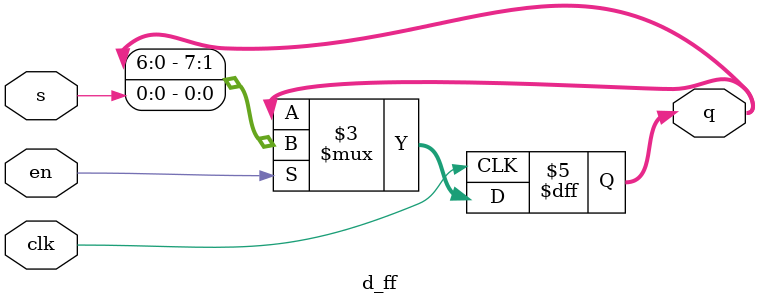
<source format=v>
module top_module (
    input clk,
    input enable,
    input S,
    input A, B, C,
    output Z ); 

    wire [7:0] qOut;
    wire [2:0] sel;
    assign sel = {A,B,C};
    
    d_ff mem(clk,enable,S,qOut);
    
    always @ (*)
        begin
            case(sel)
                3'b000: Z = qOut[0];
                3'b001: Z = qOut[1];
                3'b010: Z = qOut[2];
                3'b011: Z = qOut[3];
                3'b100: Z = qOut[4];
                3'b101: Z = qOut[5];
                3'b110: Z = qOut[6];
                3'b111: Z = qOut[7];
            endcase
        end
endmodule

module d_ff(
    input clk,
input en,
input s,
    output [7:0] q);
    
    always @ (posedge clk)
        begin
            if(en)
                q <= {q[6:0],s};
            else
                q <= q;
        end
endmodule



</source>
